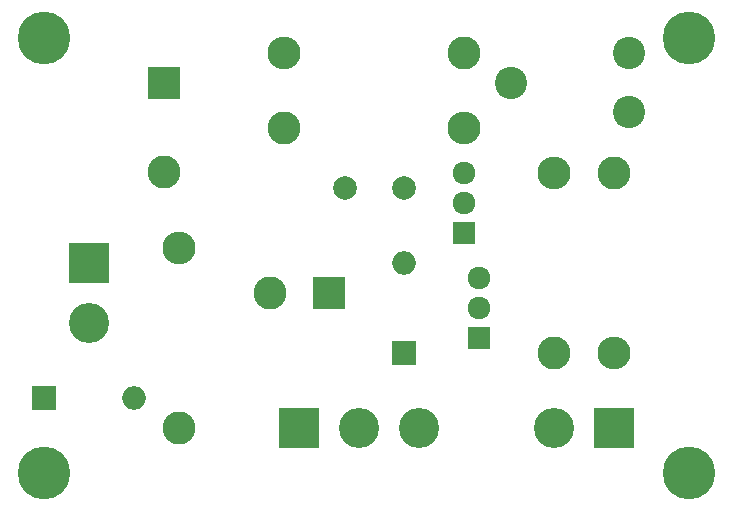
<source format=gbr>
G04 #@! TF.FileFunction,Soldermask,Top*
%FSLAX46Y46*%
G04 Gerber Fmt 4.6, Leading zero omitted, Abs format (unit mm)*
G04 Created by KiCad (PCBNEW 4.0.7) date Wednesday, September 26, 2018 'PMt' 01:51:42 PM*
%MOMM*%
%LPD*%
G01*
G04 APERTURE LIST*
%ADD10C,0.100000*%
%ADD11C,4.464000*%
%ADD12C,2.000000*%
%ADD13R,2.800000X2.800000*%
%ADD14C,2.800000*%
%ADD15R,2.000000X2.000000*%
%ADD16O,2.000000X2.000000*%
%ADD17R,3.400000X3.400000*%
%ADD18C,3.400000*%
%ADD19C,1.920000*%
%ADD20R,1.920000X1.920000*%
%ADD21O,2.800000X2.800000*%
%ADD22C,2.740000*%
G04 APERTURE END LIST*
D10*
D11*
X148590000Y-109220000D03*
X148590000Y-72390000D03*
X93980000Y-72390000D03*
D12*
X124460000Y-85090000D03*
X119460000Y-85090000D03*
D13*
X104140000Y-76200000D03*
D14*
X104140000Y-83700000D03*
D13*
X118110000Y-93980000D03*
D14*
X113110000Y-93980000D03*
D15*
X124460000Y-99060000D03*
D16*
X124460000Y-91440000D03*
D15*
X93980000Y-102870000D03*
D16*
X101600000Y-102870000D03*
D17*
X142240000Y-105410000D03*
D18*
X137160000Y-105410000D03*
D17*
X115570000Y-105410000D03*
D18*
X120650000Y-105410000D03*
X125730000Y-105410000D03*
D17*
X97790000Y-91440000D03*
D18*
X97790000Y-96520000D03*
D19*
X129540000Y-86360000D03*
X129540000Y-83820000D03*
D20*
X129540000Y-88900000D03*
D19*
X130810000Y-95250000D03*
X130810000Y-92710000D03*
D20*
X130810000Y-97790000D03*
D14*
X142240000Y-83820000D03*
D21*
X142240000Y-99060000D03*
D14*
X137160000Y-99060000D03*
D21*
X137160000Y-83820000D03*
D14*
X129540000Y-73660000D03*
D21*
X114300000Y-73660000D03*
D14*
X105410000Y-105410000D03*
D21*
X105410000Y-90170000D03*
D22*
X143510000Y-78660000D03*
X133510000Y-76160000D03*
X143510000Y-73660000D03*
D11*
X93980000Y-109220000D03*
D14*
X114300000Y-80010000D03*
D21*
X129540000Y-80010000D03*
M02*

</source>
